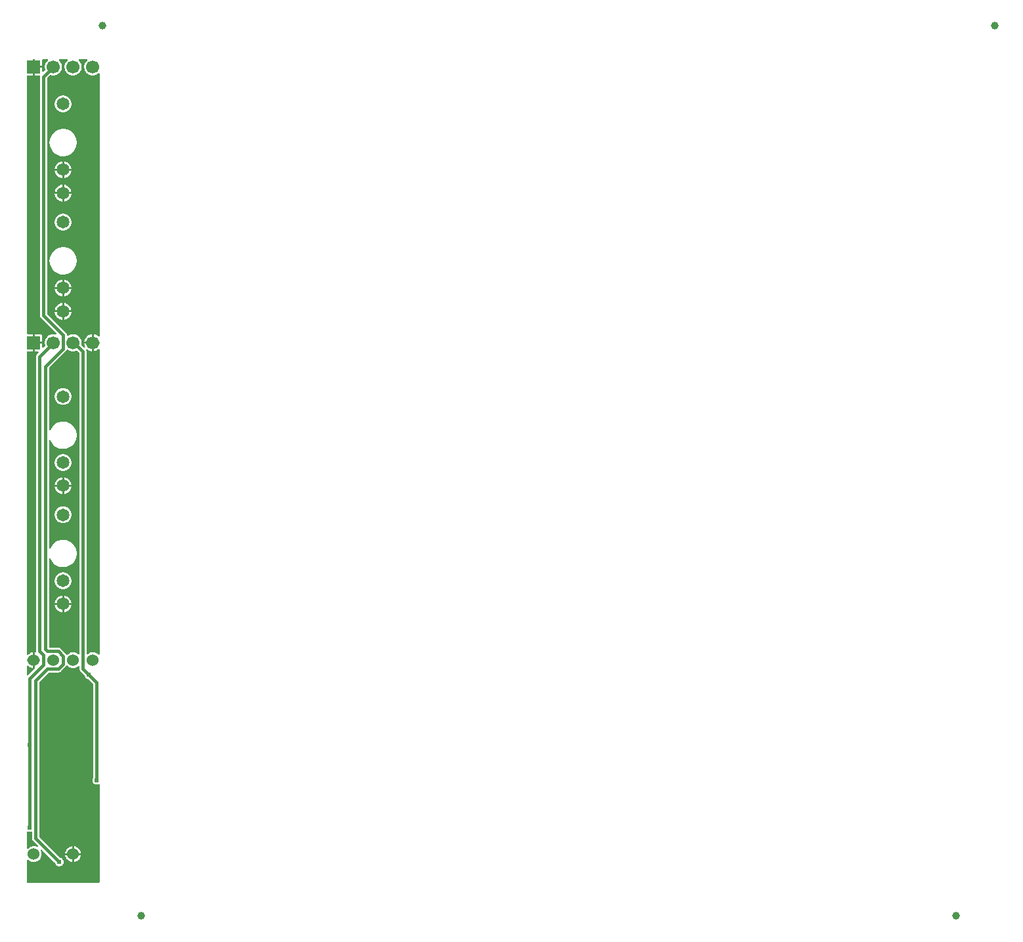
<source format=gtl>
G04 Layer: TopLayer*
G04 EasyEDA v6.5.29, 2023-07-16 12:04:07*
G04 4946885894e94847ae742278ab8b5cb3,5a6b42c53f6a479593ecc07194224c93,10*
G04 Gerber Generator version 0.2*
G04 Scale: 100 percent, Rotated: No, Reflected: No *
G04 Dimensions in millimeters *
G04 leading zeros omitted , absolute positions ,4 integer and 5 decimal *
%FSLAX45Y45*%
%MOMM*%

%AMMACRO1*21,1,$1,$2,0,0,$3*%
%ADD10C,0.4000*%
%ADD11C,1.0000*%
%ADD12MACRO1,1.7X1.7X0.0000*%
%ADD13C,1.7000*%
%ADD14C,1.6500*%
%ADD15C,1.5240*%
%ADD16C,0.6096*%
%ADD17C,0.0127*%

%LPD*%
G36*
X955090Y4234027D02*
G01*
X951280Y4234586D01*
X947978Y4236466D01*
X936853Y4245864D01*
X925372Y4253230D01*
X912977Y4258970D01*
X899972Y4262983D01*
X886510Y4265269D01*
X872896Y4265726D01*
X859332Y4264355D01*
X846074Y4261205D01*
X833323Y4256278D01*
X821385Y4249724D01*
X811377Y4242409D01*
X807313Y4240580D01*
X802894Y4240733D01*
X798931Y4242714D01*
X796188Y4246219D01*
X795223Y4250588D01*
X795172Y8142478D01*
X793953Y8151215D01*
X792226Y8156397D01*
X791718Y8160562D01*
X792988Y8164626D01*
X795731Y8167776D01*
X799541Y8169554D01*
X803757Y8169605D01*
X807669Y8167979D01*
X818794Y8160156D01*
X831392Y8153603D01*
X844753Y8148675D01*
X858621Y8145525D01*
X863600Y8145068D01*
X863600Y8242300D01*
X766216Y8242300D01*
X766318Y8240826D01*
X769061Y8226856D01*
X773531Y8213394D01*
X777290Y8205571D01*
X778256Y8201659D01*
X777646Y8197646D01*
X775512Y8194192D01*
X772261Y8191855D01*
X768299Y8190992D01*
X764336Y8191753D01*
X760933Y8193989D01*
X733196Y8221725D01*
X731164Y8224621D01*
X730250Y8228025D01*
X730554Y8231479D01*
X731164Y8233816D01*
X732942Y8247888D01*
X732942Y8262112D01*
X731164Y8276183D01*
X727557Y8289950D01*
X722223Y8303107D01*
X715213Y8315502D01*
X706729Y8326881D01*
X696874Y8337092D01*
X685749Y8345931D01*
X673608Y8353298D01*
X660603Y8359038D01*
X646988Y8363102D01*
X632968Y8365388D01*
X618744Y8365845D01*
X604621Y8364474D01*
X590753Y8361324D01*
X577392Y8356396D01*
X564794Y8349843D01*
X557174Y8344509D01*
X553161Y8342833D01*
X548741Y8342985D01*
X544880Y8345017D01*
X542188Y8348472D01*
X541223Y8352739D01*
X541172Y8358428D01*
X539953Y8367115D01*
X537260Y8375142D01*
X533146Y8382508D01*
X527405Y8389416D01*
X290169Y8626652D01*
X287985Y8629954D01*
X287223Y8633815D01*
X287223Y11660784D01*
X287985Y11664645D01*
X290169Y11667947D01*
X324967Y11702745D01*
X328117Y11704878D01*
X331876Y11705742D01*
X350621Y11701526D01*
X364744Y11700154D01*
X378968Y11700611D01*
X392988Y11702897D01*
X406603Y11706910D01*
X419608Y11712702D01*
X431749Y11720068D01*
X442874Y11728907D01*
X452729Y11739118D01*
X461213Y11750497D01*
X468223Y11762892D01*
X473557Y11776049D01*
X477164Y11789816D01*
X478942Y11803888D01*
X478942Y11818112D01*
X477164Y11832183D01*
X473557Y11845950D01*
X468223Y11859107D01*
X461213Y11871502D01*
X452729Y11882882D01*
X439064Y11897207D01*
X437946Y11901170D01*
X438454Y11905284D01*
X440588Y11908840D01*
X443992Y11911228D01*
X448056Y11912092D01*
X542696Y11912092D01*
X546658Y11911279D01*
X550011Y11908993D01*
X552196Y11905589D01*
X552856Y11901627D01*
X551942Y11897664D01*
X549554Y11894413D01*
X542645Y11888165D01*
X533450Y11877344D01*
X525678Y11865406D01*
X519531Y11852605D01*
X515061Y11839143D01*
X512318Y11825173D01*
X511403Y11811000D01*
X512318Y11796826D01*
X515061Y11782856D01*
X519531Y11769394D01*
X525678Y11756593D01*
X533450Y11744655D01*
X542645Y11733834D01*
X553161Y11724284D01*
X564794Y11716156D01*
X577392Y11709603D01*
X590753Y11704675D01*
X604621Y11701526D01*
X618744Y11700154D01*
X632968Y11700611D01*
X646988Y11702897D01*
X660603Y11706910D01*
X673608Y11712702D01*
X685749Y11720068D01*
X696874Y11728907D01*
X706729Y11739118D01*
X715213Y11750497D01*
X722223Y11762892D01*
X727557Y11776049D01*
X731164Y11789816D01*
X732942Y11803888D01*
X732942Y11818112D01*
X731164Y11832183D01*
X727557Y11845950D01*
X722223Y11859107D01*
X715213Y11871502D01*
X706729Y11882882D01*
X693064Y11897207D01*
X691946Y11901170D01*
X692454Y11905284D01*
X694588Y11908840D01*
X697992Y11911228D01*
X702056Y11912092D01*
X796696Y11912092D01*
X800658Y11911279D01*
X804011Y11908993D01*
X806196Y11905589D01*
X806856Y11901627D01*
X805942Y11897664D01*
X803554Y11894413D01*
X796645Y11888165D01*
X787450Y11877344D01*
X779678Y11865406D01*
X773531Y11852605D01*
X769061Y11839143D01*
X766318Y11825173D01*
X765403Y11811000D01*
X766318Y11796826D01*
X769061Y11782856D01*
X773531Y11769394D01*
X779678Y11756593D01*
X787450Y11744655D01*
X796645Y11733834D01*
X807161Y11724284D01*
X818794Y11716156D01*
X831392Y11709603D01*
X844753Y11704675D01*
X858621Y11701526D01*
X872744Y11700154D01*
X886968Y11700611D01*
X900988Y11702897D01*
X914603Y11706910D01*
X927608Y11712702D01*
X939749Y11720068D01*
X948182Y11726773D01*
X951534Y11728551D01*
X955294Y11729008D01*
X958951Y11727992D01*
X961999Y11725757D01*
X963980Y11722557D01*
X964692Y11718848D01*
X964692Y8347151D01*
X963980Y8343442D01*
X961999Y8340242D01*
X958951Y8338007D01*
X955294Y8336991D01*
X951534Y8337448D01*
X948182Y8339226D01*
X939749Y8345931D01*
X927608Y8353298D01*
X914603Y8359038D01*
X900988Y8363102D01*
X889000Y8365032D01*
X889000Y8267700D01*
X954532Y8267700D01*
X958443Y8266938D01*
X961694Y8264702D01*
X963930Y8261451D01*
X964692Y8257540D01*
X964692Y8252459D01*
X963930Y8248548D01*
X961694Y8245297D01*
X958443Y8243062D01*
X954532Y8242300D01*
X889000Y8242300D01*
X889000Y8144967D01*
X900988Y8146897D01*
X914603Y8150910D01*
X927608Y8156702D01*
X939749Y8164068D01*
X948182Y8170773D01*
X951534Y8172551D01*
X955294Y8173008D01*
X958951Y8171992D01*
X961999Y8169757D01*
X963980Y8166557D01*
X964692Y8162848D01*
X964692Y4244187D01*
X963980Y4240428D01*
X961898Y4237228D01*
X958799Y4234992D01*
G37*

%LPC*%
G36*
X493522Y9701479D02*
G01*
X507644Y9702444D01*
X521563Y9705187D01*
X534974Y9709759D01*
X547674Y9716008D01*
X559460Y9723882D01*
X570128Y9733229D01*
X579475Y9743897D01*
X587349Y9755682D01*
X593648Y9768382D01*
X598170Y9781844D01*
X600964Y9795713D01*
X601878Y9809886D01*
X600964Y9824008D01*
X598170Y9837928D01*
X593648Y9851339D01*
X587349Y9864090D01*
X579475Y9875875D01*
X570128Y9886543D01*
X559460Y9895890D01*
X547674Y9903764D01*
X534974Y9910013D01*
X521563Y9914585D01*
X507644Y9917328D01*
X493522Y9918242D01*
X479348Y9917328D01*
X465429Y9914585D01*
X452018Y9910013D01*
X439318Y9903764D01*
X427532Y9895890D01*
X416864Y9886543D01*
X407517Y9875875D01*
X399643Y9864090D01*
X393344Y9851339D01*
X388823Y9837928D01*
X386029Y9824008D01*
X385114Y9809886D01*
X386029Y9795713D01*
X388823Y9781844D01*
X393344Y9768382D01*
X399643Y9755682D01*
X407517Y9743897D01*
X416864Y9733229D01*
X427532Y9723882D01*
X439318Y9716008D01*
X452018Y9709759D01*
X465429Y9705187D01*
X479348Y9702444D01*
G37*
G36*
X766216Y8267700D02*
G01*
X863600Y8267700D01*
X863600Y8364931D01*
X858621Y8364474D01*
X844753Y8361324D01*
X831392Y8356396D01*
X818794Y8349843D01*
X807161Y8341715D01*
X796645Y8332165D01*
X787450Y8321344D01*
X779678Y8309406D01*
X773531Y8296605D01*
X769061Y8283143D01*
X766318Y8269173D01*
G37*
G36*
X506222Y8552332D02*
G01*
X507644Y8552434D01*
X521563Y8555177D01*
X534974Y8559749D01*
X547674Y8565997D01*
X559460Y8573871D01*
X570128Y8583218D01*
X579475Y8593886D01*
X587349Y8605672D01*
X593648Y8618372D01*
X598170Y8631834D01*
X600964Y8645702D01*
X601065Y8647176D01*
X506222Y8647176D01*
G37*
G36*
X385927Y8672576D02*
G01*
X480822Y8672576D01*
X480822Y8767419D01*
X479348Y8767318D01*
X465429Y8764574D01*
X452018Y8760002D01*
X439318Y8753754D01*
X427532Y8745880D01*
X416864Y8736533D01*
X407517Y8725865D01*
X399643Y8714079D01*
X393344Y8701328D01*
X388823Y8687917D01*
X386029Y8673998D01*
G37*
G36*
X506222Y8672576D02*
G01*
X601065Y8672576D01*
X600964Y8673998D01*
X598170Y8687917D01*
X593648Y8701328D01*
X587349Y8714079D01*
X579475Y8725865D01*
X570128Y8736533D01*
X559460Y8745880D01*
X547674Y8753754D01*
X534974Y8760002D01*
X521563Y8764574D01*
X507644Y8767318D01*
X506222Y8767419D01*
G37*
G36*
X480822Y8852357D02*
G01*
X480822Y8947200D01*
X385927Y8947200D01*
X386029Y8945727D01*
X388823Y8931859D01*
X393344Y8918397D01*
X399643Y8905697D01*
X407517Y8893911D01*
X416864Y8883243D01*
X427532Y8873896D01*
X439318Y8866022D01*
X452018Y8859774D01*
X465429Y8855202D01*
X479348Y8852458D01*
G37*
G36*
X506222Y8852357D02*
G01*
X507644Y8852458D01*
X521563Y8855202D01*
X534974Y8859774D01*
X547674Y8866022D01*
X559460Y8873896D01*
X570128Y8883243D01*
X579475Y8893911D01*
X587349Y8905697D01*
X593648Y8918397D01*
X598170Y8931859D01*
X600964Y8945727D01*
X601065Y8947200D01*
X506222Y8947200D01*
G37*
G36*
X385927Y8972600D02*
G01*
X480822Y8972600D01*
X480822Y9067444D01*
X479348Y9067342D01*
X465429Y9064599D01*
X452018Y9060027D01*
X439318Y9053779D01*
X427532Y9045905D01*
X416864Y9036558D01*
X407517Y9025890D01*
X399643Y9014104D01*
X393344Y9001353D01*
X388823Y8987942D01*
X386029Y8974023D01*
G37*
G36*
X506222Y8972600D02*
G01*
X601065Y8972600D01*
X600964Y8974023D01*
X598170Y8987942D01*
X593648Y9001353D01*
X587349Y9014104D01*
X579475Y9025890D01*
X570128Y9036558D01*
X559460Y9045905D01*
X547674Y9053779D01*
X534974Y9060027D01*
X521563Y9064599D01*
X507644Y9067342D01*
X506222Y9067444D01*
G37*
G36*
X498043Y9134043D02*
G01*
X516128Y9135465D01*
X533908Y9138716D01*
X551332Y9143746D01*
X568096Y9150604D01*
X584047Y9159087D01*
X599084Y9169196D01*
X613003Y9180779D01*
X625652Y9193784D01*
X636879Y9207957D01*
X646582Y9223248D01*
X654710Y9239453D01*
X661060Y9256420D01*
X665683Y9273895D01*
X668477Y9291777D01*
X669391Y9309862D01*
X668477Y9327997D01*
X665683Y9345879D01*
X661060Y9363354D01*
X654710Y9380321D01*
X646582Y9396526D01*
X636879Y9411817D01*
X625652Y9425990D01*
X613003Y9438995D01*
X599084Y9450578D01*
X584047Y9460687D01*
X568096Y9469170D01*
X551332Y9476028D01*
X533908Y9481058D01*
X516128Y9484309D01*
X498043Y9485731D01*
X479958Y9485274D01*
X461975Y9482937D01*
X444347Y9478772D01*
X427278Y9472828D01*
X410870Y9465157D01*
X395325Y9455810D01*
X380847Y9444939D01*
X367538Y9432645D01*
X355600Y9419031D01*
X345084Y9404299D01*
X336194Y9388551D01*
X328930Y9371939D01*
X323443Y9354667D01*
X319735Y9336938D01*
X317855Y9318955D01*
X317855Y9300819D01*
X319735Y9282836D01*
X323443Y9265107D01*
X328930Y9247835D01*
X336194Y9231223D01*
X345084Y9215475D01*
X355600Y9200743D01*
X367538Y9187129D01*
X380847Y9174835D01*
X395325Y9163964D01*
X410870Y9154617D01*
X427278Y9146946D01*
X444347Y9141002D01*
X461975Y9136837D01*
X479958Y9134500D01*
G37*
G36*
X480822Y8552332D02*
G01*
X480822Y8647176D01*
X385927Y8647176D01*
X386029Y8645702D01*
X388823Y8631834D01*
X393344Y8618372D01*
X399643Y8605672D01*
X407517Y8593886D01*
X416864Y8583218D01*
X427532Y8573871D01*
X439318Y8565997D01*
X452018Y8559749D01*
X465429Y8555177D01*
X479348Y8552434D01*
G37*
G36*
X480822Y10076332D02*
G01*
X480822Y10171176D01*
X385927Y10171176D01*
X386029Y10169702D01*
X388823Y10155834D01*
X393344Y10142372D01*
X399643Y10129672D01*
X407517Y10117886D01*
X416864Y10107218D01*
X427532Y10097871D01*
X439318Y10089997D01*
X452018Y10083749D01*
X465429Y10079177D01*
X479348Y10076383D01*
G37*
G36*
X506222Y10076332D02*
G01*
X507644Y10076383D01*
X521563Y10079177D01*
X534974Y10083749D01*
X547674Y10089997D01*
X559460Y10097871D01*
X570128Y10107218D01*
X579475Y10117886D01*
X587349Y10129672D01*
X593648Y10142372D01*
X598170Y10155834D01*
X600964Y10169702D01*
X601065Y10171176D01*
X506222Y10171176D01*
G37*
G36*
X385927Y10196576D02*
G01*
X480822Y10196576D01*
X480822Y10291419D01*
X479348Y10291318D01*
X465429Y10288574D01*
X452018Y10284002D01*
X439318Y10277754D01*
X427532Y10269829D01*
X416864Y10260482D01*
X407517Y10249865D01*
X399643Y10238079D01*
X393344Y10225328D01*
X388823Y10211917D01*
X386029Y10197998D01*
G37*
G36*
X506222Y10196576D02*
G01*
X601065Y10196576D01*
X600964Y10197998D01*
X598170Y10211917D01*
X593648Y10225328D01*
X587349Y10238079D01*
X579475Y10249865D01*
X570128Y10260482D01*
X559460Y10269829D01*
X547674Y10277754D01*
X534974Y10284002D01*
X521563Y10288574D01*
X507644Y10291318D01*
X506222Y10291419D01*
G37*
G36*
X480822Y10376357D02*
G01*
X480822Y10471200D01*
X385927Y10471200D01*
X386029Y10469727D01*
X388823Y10455859D01*
X393344Y10442397D01*
X399643Y10429697D01*
X407517Y10417911D01*
X416864Y10407243D01*
X427532Y10397896D01*
X439318Y10390022D01*
X452018Y10383774D01*
X465429Y10379202D01*
X479348Y10376408D01*
G37*
G36*
X506222Y10376357D02*
G01*
X507644Y10376408D01*
X521563Y10379202D01*
X534974Y10383774D01*
X547674Y10390022D01*
X559460Y10397896D01*
X570128Y10407243D01*
X579475Y10417911D01*
X587349Y10429697D01*
X593648Y10442397D01*
X598170Y10455859D01*
X600964Y10469727D01*
X601065Y10471200D01*
X506222Y10471200D01*
G37*
G36*
X385927Y10496600D02*
G01*
X480822Y10496600D01*
X480822Y10591444D01*
X479348Y10591342D01*
X465429Y10588599D01*
X452018Y10584027D01*
X439318Y10577779D01*
X427532Y10569854D01*
X416864Y10560507D01*
X407517Y10549890D01*
X399643Y10538104D01*
X393344Y10525353D01*
X388823Y10511942D01*
X386029Y10498023D01*
G37*
G36*
X506222Y10496600D02*
G01*
X601065Y10496600D01*
X600964Y10498023D01*
X598170Y10511942D01*
X593648Y10525353D01*
X587349Y10538104D01*
X579475Y10549890D01*
X570128Y10560507D01*
X559460Y10569854D01*
X547674Y10577779D01*
X534974Y10584027D01*
X521563Y10588599D01*
X507644Y10591342D01*
X506222Y10591444D01*
G37*
G36*
X498043Y10658043D02*
G01*
X516128Y10659414D01*
X533908Y10662666D01*
X551332Y10667746D01*
X568096Y10674553D01*
X584047Y10683087D01*
X599084Y10693196D01*
X613003Y10704779D01*
X625652Y10717733D01*
X636879Y10731957D01*
X646582Y10747248D01*
X654710Y10763402D01*
X661060Y10780369D01*
X665683Y10797895D01*
X668477Y10815777D01*
X669391Y10833862D01*
X668477Y10851946D01*
X665683Y10869828D01*
X661060Y10887354D01*
X654710Y10904321D01*
X646582Y10920476D01*
X636879Y10935766D01*
X625652Y10949990D01*
X613003Y10962944D01*
X599084Y10974527D01*
X584047Y10984636D01*
X568096Y10993170D01*
X551332Y10999978D01*
X533908Y11005058D01*
X516128Y11008309D01*
X498043Y11009680D01*
X479958Y11009223D01*
X461975Y11006886D01*
X444347Y11002772D01*
X427278Y10996777D01*
X410870Y10989106D01*
X395325Y10979810D01*
X380847Y10968939D01*
X367538Y10956645D01*
X355600Y10943031D01*
X345084Y10928248D01*
X336194Y10912500D01*
X328930Y10895888D01*
X323443Y10878667D01*
X319735Y10860938D01*
X317855Y10842904D01*
X317855Y10824819D01*
X319735Y10806785D01*
X323443Y10789056D01*
X328930Y10771835D01*
X336194Y10755223D01*
X345084Y10739475D01*
X355600Y10724692D01*
X367538Y10711078D01*
X380847Y10698784D01*
X395325Y10687913D01*
X410870Y10678617D01*
X427278Y10670946D01*
X444347Y10664952D01*
X461975Y10660837D01*
X479958Y10658500D01*
G37*
G36*
X493522Y11225479D02*
G01*
X507644Y11226393D01*
X521563Y11229187D01*
X534974Y11233759D01*
X547674Y11240008D01*
X559460Y11247882D01*
X570128Y11257229D01*
X579475Y11267897D01*
X587349Y11279682D01*
X593648Y11292382D01*
X598170Y11305844D01*
X600964Y11319713D01*
X601878Y11333886D01*
X600964Y11348008D01*
X598170Y11361928D01*
X593648Y11375339D01*
X587349Y11388090D01*
X579475Y11399875D01*
X570128Y11410492D01*
X559460Y11419840D01*
X547674Y11427764D01*
X534974Y11434013D01*
X521563Y11438585D01*
X507644Y11441328D01*
X493522Y11442242D01*
X479348Y11441328D01*
X465429Y11438585D01*
X452018Y11434013D01*
X439318Y11427764D01*
X427532Y11419840D01*
X416864Y11410492D01*
X407517Y11399875D01*
X399643Y11388090D01*
X393344Y11375339D01*
X388823Y11361928D01*
X386029Y11348008D01*
X385114Y11333886D01*
X386029Y11319713D01*
X388823Y11305844D01*
X393344Y11292382D01*
X399643Y11279682D01*
X407517Y11267897D01*
X416864Y11257229D01*
X427532Y11247882D01*
X439318Y11240008D01*
X452018Y11233759D01*
X465429Y11229187D01*
X479348Y11226393D01*
G37*

%LPD*%
G36*
X544322Y4233621D02*
G01*
X540664Y4234180D01*
X537464Y4235958D01*
X535076Y4238802D01*
X533146Y4242308D01*
X527405Y4249216D01*
X462991Y4313580D01*
X455930Y4318914D01*
X448360Y4322673D01*
X440232Y4324959D01*
X431342Y4325823D01*
X322783Y4325823D01*
X318871Y4326585D01*
X315569Y4328769D01*
X313385Y4332071D01*
X312623Y4335983D01*
X312623Y5464657D01*
X313385Y5468518D01*
X315569Y5471820D01*
X318820Y5474055D01*
X322630Y5474817D01*
X326542Y5474106D01*
X329844Y5471972D01*
X332079Y5468772D01*
X336194Y5459323D01*
X345084Y5443575D01*
X355600Y5428843D01*
X367538Y5415229D01*
X380847Y5402935D01*
X395325Y5392064D01*
X410870Y5382717D01*
X427278Y5375046D01*
X444347Y5369102D01*
X461975Y5364937D01*
X479958Y5362600D01*
X498043Y5362143D01*
X516128Y5363565D01*
X533908Y5366816D01*
X551332Y5371846D01*
X568096Y5378704D01*
X584047Y5387187D01*
X599084Y5397296D01*
X613003Y5408879D01*
X625652Y5421884D01*
X636879Y5436057D01*
X646582Y5451348D01*
X654710Y5467553D01*
X661060Y5484520D01*
X665683Y5501995D01*
X668477Y5519877D01*
X669391Y5537962D01*
X668477Y5556097D01*
X665683Y5573979D01*
X661060Y5591454D01*
X654710Y5608421D01*
X646582Y5624626D01*
X636879Y5639917D01*
X625652Y5654090D01*
X613003Y5667095D01*
X599084Y5678678D01*
X584047Y5688787D01*
X568096Y5697270D01*
X551332Y5704128D01*
X533908Y5709158D01*
X516128Y5712409D01*
X498043Y5713831D01*
X479958Y5713374D01*
X461975Y5711037D01*
X444347Y5706872D01*
X427278Y5700928D01*
X410870Y5693257D01*
X395325Y5683910D01*
X380847Y5673039D01*
X367538Y5660745D01*
X355600Y5647131D01*
X345084Y5632399D01*
X336194Y5616651D01*
X332079Y5607202D01*
X329844Y5604002D01*
X326542Y5601868D01*
X322630Y5601157D01*
X318820Y5601919D01*
X315569Y5604154D01*
X313385Y5607456D01*
X312623Y5611317D01*
X312623Y6988657D01*
X313385Y6992518D01*
X315569Y6995820D01*
X318820Y6998055D01*
X322630Y6998817D01*
X326542Y6998106D01*
X329844Y6995972D01*
X332079Y6992772D01*
X336194Y6983323D01*
X345084Y6967575D01*
X355600Y6952843D01*
X367538Y6939229D01*
X380847Y6926935D01*
X395325Y6916064D01*
X410870Y6906717D01*
X427278Y6899046D01*
X444347Y6893102D01*
X461975Y6888937D01*
X479958Y6886600D01*
X498043Y6886143D01*
X516128Y6887565D01*
X533908Y6890816D01*
X551332Y6895846D01*
X568096Y6902703D01*
X584047Y6911187D01*
X599084Y6921296D01*
X613003Y6932879D01*
X625652Y6945884D01*
X636879Y6960057D01*
X646582Y6975348D01*
X654710Y6991553D01*
X661060Y7008520D01*
X665683Y7025995D01*
X668477Y7043877D01*
X669391Y7061962D01*
X668477Y7080097D01*
X665683Y7097979D01*
X661060Y7115454D01*
X654710Y7132421D01*
X646582Y7148626D01*
X636879Y7163917D01*
X625652Y7178090D01*
X613003Y7191095D01*
X599084Y7202678D01*
X584047Y7212787D01*
X568096Y7221270D01*
X551332Y7228128D01*
X533908Y7233158D01*
X516128Y7236409D01*
X498043Y7237831D01*
X479958Y7237374D01*
X461975Y7235037D01*
X444347Y7230872D01*
X427278Y7224928D01*
X410870Y7217257D01*
X395325Y7207910D01*
X380847Y7197039D01*
X367538Y7184745D01*
X355600Y7171131D01*
X345084Y7156399D01*
X336194Y7140651D01*
X332079Y7131202D01*
X329844Y7128002D01*
X326542Y7125868D01*
X322630Y7125157D01*
X318820Y7125919D01*
X315569Y7128154D01*
X313385Y7131456D01*
X312623Y7135317D01*
X312623Y7926984D01*
X313385Y7930845D01*
X315569Y7934147D01*
X528980Y8147608D01*
X534314Y8154670D01*
X539851Y8165795D01*
X542747Y8168335D01*
X546354Y8169656D01*
X550164Y8169503D01*
X553720Y8167928D01*
X564794Y8160156D01*
X577392Y8153603D01*
X590753Y8148675D01*
X604621Y8145525D01*
X618744Y8144154D01*
X632968Y8144611D01*
X646988Y8146897D01*
X660603Y8150910D01*
X663600Y8152282D01*
X667562Y8153146D01*
X671525Y8152384D01*
X674928Y8150148D01*
X700430Y8124647D01*
X702614Y8121345D01*
X703376Y8117484D01*
X703376Y4250436D01*
X702665Y4246676D01*
X700633Y4243425D01*
X697484Y4241190D01*
X693775Y4240276D01*
X690016Y4240784D01*
X686663Y4242663D01*
X682853Y4245864D01*
X671372Y4253230D01*
X658977Y4258970D01*
X645972Y4262983D01*
X632510Y4265269D01*
X618896Y4265726D01*
X605332Y4264355D01*
X592074Y4261205D01*
X579323Y4256278D01*
X567385Y4249724D01*
X556412Y4241647D01*
X551027Y4236466D01*
X547928Y4234434D01*
G37*

%LPC*%
G36*
X506222Y6424676D02*
G01*
X601065Y6424676D01*
X600964Y6426098D01*
X598170Y6440017D01*
X593648Y6453428D01*
X587349Y6466179D01*
X579475Y6477965D01*
X570128Y6488633D01*
X559460Y6497980D01*
X547674Y6505854D01*
X534974Y6512102D01*
X521563Y6516674D01*
X507644Y6519418D01*
X506222Y6519519D01*
G37*
G36*
X385927Y6424676D02*
G01*
X480822Y6424676D01*
X480822Y6519519D01*
X479348Y6519418D01*
X465429Y6516674D01*
X452018Y6512102D01*
X439318Y6505854D01*
X427532Y6497980D01*
X416864Y6488633D01*
X407517Y6477965D01*
X399643Y6466179D01*
X393344Y6453428D01*
X388823Y6440017D01*
X386029Y6426098D01*
G37*
G36*
X493522Y7453579D02*
G01*
X507644Y7454544D01*
X521563Y7457287D01*
X534974Y7461859D01*
X547674Y7468108D01*
X559460Y7475981D01*
X570128Y7485329D01*
X579475Y7495997D01*
X587349Y7507782D01*
X593648Y7520482D01*
X598170Y7533944D01*
X600964Y7547813D01*
X601878Y7561986D01*
X600964Y7576108D01*
X598170Y7590028D01*
X593648Y7603439D01*
X587349Y7616190D01*
X579475Y7627975D01*
X570128Y7638643D01*
X559460Y7647990D01*
X547674Y7655864D01*
X534974Y7662113D01*
X521563Y7666685D01*
X507644Y7669428D01*
X493522Y7670342D01*
X479348Y7669428D01*
X465429Y7666685D01*
X452018Y7662113D01*
X439318Y7655864D01*
X427532Y7647990D01*
X416864Y7638643D01*
X407517Y7627975D01*
X399643Y7616190D01*
X393344Y7603439D01*
X388823Y7590028D01*
X386029Y7576108D01*
X385114Y7561986D01*
X386029Y7547813D01*
X388823Y7533944D01*
X393344Y7520482D01*
X399643Y7507782D01*
X407517Y7495997D01*
X416864Y7485329D01*
X427532Y7475981D01*
X439318Y7468108D01*
X452018Y7461859D01*
X465429Y7457287D01*
X479348Y7454544D01*
G37*
G36*
X506222Y6304432D02*
G01*
X507644Y6304534D01*
X521563Y6307277D01*
X534974Y6311849D01*
X547674Y6318097D01*
X559460Y6325971D01*
X570128Y6335318D01*
X579475Y6345986D01*
X587349Y6357772D01*
X593648Y6370472D01*
X598170Y6383934D01*
X600964Y6397802D01*
X601065Y6399276D01*
X506222Y6399276D01*
G37*
G36*
X480822Y6304432D02*
G01*
X480822Y6399276D01*
X385927Y6399276D01*
X386029Y6397802D01*
X388823Y6383934D01*
X393344Y6370472D01*
X399643Y6357772D01*
X407517Y6345986D01*
X416864Y6335318D01*
X427532Y6325971D01*
X439318Y6318097D01*
X452018Y6311849D01*
X465429Y6307277D01*
X479348Y6304534D01*
G37*
G36*
X493522Y6603593D02*
G01*
X507644Y6604558D01*
X521563Y6607302D01*
X534974Y6611874D01*
X547674Y6618122D01*
X559460Y6625996D01*
X570128Y6635343D01*
X579475Y6646011D01*
X587349Y6657797D01*
X593648Y6670497D01*
X598170Y6683959D01*
X600964Y6697827D01*
X601878Y6712000D01*
X600964Y6726123D01*
X598170Y6740042D01*
X593648Y6753453D01*
X587349Y6766204D01*
X579475Y6777990D01*
X570128Y6788658D01*
X559460Y6798005D01*
X547674Y6805879D01*
X534974Y6812127D01*
X521563Y6816699D01*
X507644Y6819442D01*
X493522Y6820357D01*
X479348Y6819442D01*
X465429Y6816699D01*
X452018Y6812127D01*
X439318Y6805879D01*
X427532Y6798005D01*
X416864Y6788658D01*
X407517Y6777990D01*
X399643Y6766204D01*
X393344Y6753453D01*
X388823Y6740042D01*
X386029Y6726123D01*
X385114Y6712000D01*
X386029Y6697827D01*
X388823Y6683959D01*
X393344Y6670497D01*
X399643Y6657797D01*
X407517Y6646011D01*
X416864Y6635343D01*
X427532Y6625996D01*
X439318Y6618122D01*
X452018Y6611874D01*
X465429Y6607302D01*
X479348Y6604558D01*
G37*
G36*
X493522Y5929579D02*
G01*
X507644Y5930544D01*
X521563Y5933287D01*
X534974Y5937859D01*
X547674Y5944108D01*
X559460Y5951982D01*
X570128Y5961329D01*
X579475Y5971997D01*
X587349Y5983782D01*
X593648Y5996482D01*
X598170Y6009944D01*
X600964Y6023813D01*
X601878Y6037986D01*
X600964Y6052108D01*
X598170Y6066028D01*
X593648Y6079439D01*
X587349Y6092190D01*
X579475Y6103975D01*
X570128Y6114643D01*
X559460Y6123990D01*
X547674Y6131864D01*
X534974Y6138113D01*
X521563Y6142685D01*
X507644Y6145428D01*
X493522Y6146342D01*
X479348Y6145428D01*
X465429Y6142685D01*
X452018Y6138113D01*
X439318Y6131864D01*
X427532Y6123990D01*
X416864Y6114643D01*
X407517Y6103975D01*
X399643Y6092190D01*
X393344Y6079439D01*
X388823Y6066028D01*
X386029Y6052108D01*
X385114Y6037986D01*
X386029Y6023813D01*
X388823Y6009944D01*
X393344Y5996482D01*
X399643Y5983782D01*
X407517Y5971997D01*
X416864Y5961329D01*
X427532Y5951982D01*
X439318Y5944108D01*
X452018Y5937859D01*
X465429Y5933287D01*
X479348Y5930544D01*
G37*
G36*
X493522Y5079593D02*
G01*
X507644Y5080558D01*
X521563Y5083302D01*
X534974Y5087874D01*
X547674Y5094122D01*
X559460Y5101996D01*
X570128Y5111343D01*
X579475Y5122011D01*
X587349Y5133797D01*
X593648Y5146497D01*
X598170Y5159959D01*
X600964Y5173827D01*
X601878Y5188000D01*
X600964Y5202123D01*
X598170Y5216042D01*
X593648Y5229453D01*
X587349Y5242204D01*
X579475Y5253990D01*
X570128Y5264658D01*
X559460Y5274005D01*
X547674Y5281879D01*
X534974Y5288127D01*
X521563Y5292699D01*
X507644Y5295442D01*
X493522Y5296357D01*
X479348Y5295442D01*
X465429Y5292699D01*
X452018Y5288127D01*
X439318Y5281879D01*
X427532Y5274005D01*
X416864Y5264658D01*
X407517Y5253990D01*
X399643Y5242204D01*
X393344Y5229453D01*
X388823Y5216042D01*
X386029Y5202123D01*
X385114Y5188000D01*
X386029Y5173827D01*
X388823Y5159959D01*
X393344Y5146497D01*
X399643Y5133797D01*
X407517Y5122011D01*
X416864Y5111343D01*
X427532Y5101996D01*
X439318Y5094122D01*
X452018Y5087874D01*
X465429Y5083302D01*
X479348Y5080558D01*
G37*
G36*
X506222Y4900676D02*
G01*
X601065Y4900676D01*
X600964Y4902098D01*
X598170Y4916017D01*
X593648Y4929428D01*
X587349Y4942179D01*
X579475Y4953965D01*
X570128Y4964633D01*
X559460Y4973980D01*
X547674Y4981854D01*
X534974Y4988102D01*
X521563Y4992674D01*
X507644Y4995418D01*
X506222Y4995519D01*
G37*
G36*
X385927Y4900676D02*
G01*
X480822Y4900676D01*
X480822Y4995519D01*
X479348Y4995418D01*
X465429Y4992674D01*
X452018Y4988102D01*
X439318Y4981854D01*
X427532Y4973980D01*
X416864Y4964633D01*
X407517Y4953965D01*
X399643Y4942179D01*
X393344Y4929428D01*
X388823Y4916017D01*
X386029Y4902098D01*
G37*
G36*
X506222Y4780432D02*
G01*
X507644Y4780534D01*
X521563Y4783277D01*
X534974Y4787849D01*
X547674Y4794097D01*
X559460Y4801971D01*
X570128Y4811318D01*
X579475Y4821986D01*
X587349Y4833772D01*
X593648Y4846472D01*
X598170Y4859934D01*
X600964Y4873802D01*
X601065Y4875276D01*
X506222Y4875276D01*
G37*
G36*
X480822Y4780432D02*
G01*
X480822Y4875276D01*
X385927Y4875276D01*
X386029Y4873802D01*
X388823Y4859934D01*
X393344Y4846472D01*
X399643Y4833772D01*
X407517Y4821986D01*
X416864Y4811318D01*
X427532Y4801971D01*
X439318Y4794097D01*
X452018Y4787849D01*
X465429Y4783277D01*
X479348Y4780534D01*
G37*

%LPD*%
G36*
X36068Y3966006D02*
G01*
X32156Y3966768D01*
X28905Y3968953D01*
X26670Y3972255D01*
X25908Y3976166D01*
X25908Y4083507D01*
X26670Y4087368D01*
X28854Y4090670D01*
X32105Y4092854D01*
X35966Y4093667D01*
X39827Y4092956D01*
X43129Y4090822D01*
X48412Y4085742D01*
X59385Y4077665D01*
X71323Y4071112D01*
X84074Y4066184D01*
X97332Y4063034D01*
X101600Y4062577D01*
X101600Y4150969D01*
X36068Y4150969D01*
X32156Y4151782D01*
X28905Y4153966D01*
X26670Y4157268D01*
X25908Y4161129D01*
X25908Y4166209D01*
X26670Y4170121D01*
X28905Y4173423D01*
X32156Y4175607D01*
X36068Y4176369D01*
X101600Y4176369D01*
X101600Y4264812D01*
X97332Y4264355D01*
X84074Y4261205D01*
X71323Y4256278D01*
X59385Y4249724D01*
X48412Y4241647D01*
X43129Y4236567D01*
X39827Y4234434D01*
X35966Y4233722D01*
X32105Y4234535D01*
X28854Y4236720D01*
X26670Y4240022D01*
X25908Y4243882D01*
X25908Y8133943D01*
X26670Y8137804D01*
X28905Y8141106D01*
X32156Y8143341D01*
X36068Y8144103D01*
X101600Y8144103D01*
X101600Y8242300D01*
X36068Y8242300D01*
X32156Y8243062D01*
X28905Y8245297D01*
X26670Y8248548D01*
X25908Y8252459D01*
X25908Y8257540D01*
X26670Y8261451D01*
X28905Y8264702D01*
X32156Y8266938D01*
X36068Y8267700D01*
X101600Y8267700D01*
X101600Y8365896D01*
X36068Y8365896D01*
X32156Y8366658D01*
X28905Y8368893D01*
X26670Y8372195D01*
X25908Y8376056D01*
X25908Y11689943D01*
X26670Y11693804D01*
X28905Y11697106D01*
X32156Y11699341D01*
X36068Y11700103D01*
X101600Y11700103D01*
X101600Y11798300D01*
X36068Y11798300D01*
X32156Y11799062D01*
X28905Y11801297D01*
X26670Y11804548D01*
X25908Y11808460D01*
X25908Y11813540D01*
X26670Y11817451D01*
X28905Y11820702D01*
X32156Y11822938D01*
X36068Y11823700D01*
X101600Y11823700D01*
X101600Y11901932D01*
X102362Y11905843D01*
X104597Y11909094D01*
X107848Y11911330D01*
X111760Y11912092D01*
X116839Y11912092D01*
X120751Y11911330D01*
X124002Y11909094D01*
X126237Y11905843D01*
X127000Y11901932D01*
X127000Y11823700D01*
X225196Y11823700D01*
X225196Y11895429D01*
X224586Y11900814D01*
X225044Y11905030D01*
X227126Y11908688D01*
X230530Y11911228D01*
X234696Y11912092D01*
X288696Y11912092D01*
X292658Y11911279D01*
X296011Y11908993D01*
X298196Y11905589D01*
X298856Y11901627D01*
X297942Y11897664D01*
X295554Y11894413D01*
X288645Y11888165D01*
X279450Y11877344D01*
X271678Y11865406D01*
X265531Y11852605D01*
X261061Y11839143D01*
X258317Y11825173D01*
X257403Y11811000D01*
X258317Y11796826D01*
X261061Y11782856D01*
X262585Y11778132D01*
X263093Y11774474D01*
X262229Y11770817D01*
X260146Y11767769D01*
X242570Y11750192D01*
X239267Y11747957D01*
X235356Y11747195D01*
X231495Y11747957D01*
X228193Y11750192D01*
X225958Y11753494D01*
X225196Y11757355D01*
X225196Y11798300D01*
X127000Y11798300D01*
X127000Y11700103D01*
X185775Y11700103D01*
X189890Y11699240D01*
X193294Y11696801D01*
X195427Y11693144D01*
X195884Y11688978D01*
X195376Y11683542D01*
X195427Y8608822D01*
X196646Y8600084D01*
X199339Y8592058D01*
X203454Y8584692D01*
X209194Y8577783D01*
X408584Y8378393D01*
X410972Y8374634D01*
X411530Y8370214D01*
X410159Y8365998D01*
X407060Y8362797D01*
X402945Y8361172D01*
X398526Y8361476D01*
X392988Y8363102D01*
X378968Y8365388D01*
X364744Y8365845D01*
X350621Y8364474D01*
X336753Y8361324D01*
X323392Y8356396D01*
X310794Y8349843D01*
X299161Y8341715D01*
X288645Y8332165D01*
X279450Y8321344D01*
X271678Y8309406D01*
X265531Y8296605D01*
X261061Y8283143D01*
X258317Y8269173D01*
X257403Y8255000D01*
X258317Y8240826D01*
X261061Y8226856D01*
X262585Y8222132D01*
X263093Y8218474D01*
X262229Y8214817D01*
X260146Y8211769D01*
X242570Y8194192D01*
X239267Y8191957D01*
X235356Y8191195D01*
X231495Y8191957D01*
X228193Y8194192D01*
X225958Y8197494D01*
X225196Y8201355D01*
X225196Y8242300D01*
X127000Y8242300D01*
X127000Y8144103D01*
X167944Y8144103D01*
X171805Y8143341D01*
X175107Y8141106D01*
X177342Y8137804D01*
X178104Y8133943D01*
X177342Y8130031D01*
X175107Y8126730D01*
X156819Y8108391D01*
X151485Y8101330D01*
X147726Y8093760D01*
X145440Y8085632D01*
X144576Y8076742D01*
X144576Y4280357D01*
X145084Y4274718D01*
X144780Y4271060D01*
X143103Y4267708D01*
X140411Y4265218D01*
X137007Y4263847D01*
X133299Y4263796D01*
X127000Y4264863D01*
X127000Y4176369D01*
X185216Y4176369D01*
X189128Y4175607D01*
X192430Y4173423D01*
X194614Y4170121D01*
X195376Y4166209D01*
X195376Y4161129D01*
X194614Y4157268D01*
X192430Y4153966D01*
X189128Y4151782D01*
X185216Y4150969D01*
X127000Y4150969D01*
X127000Y4056938D01*
X126237Y4053027D01*
X124002Y4049725D01*
X43230Y3968953D01*
X39979Y3966768D01*
G37*

%LPC*%
G36*
X127000Y8267700D02*
G01*
X225196Y8267700D01*
X225196Y8339429D01*
X224485Y8345728D01*
X222605Y8351215D01*
X219506Y8356092D01*
X215392Y8360206D01*
X210515Y8363305D01*
X205028Y8365185D01*
X198729Y8365896D01*
X127000Y8365896D01*
G37*

%LPD*%
G36*
X35966Y1733702D02*
G01*
X32105Y1734515D01*
X28854Y1736750D01*
X26670Y1740001D01*
X25908Y1743862D01*
X25908Y1946249D01*
X26720Y1950212D01*
X29006Y1953564D01*
X32410Y1955749D01*
X36423Y1956409D01*
X40386Y1955444D01*
X44246Y1953666D01*
X53695Y1951126D01*
X63500Y1950262D01*
X73304Y1951126D01*
X81026Y1953158D01*
X84683Y1953463D01*
X88239Y1952396D01*
X91186Y1950161D01*
X93116Y1947011D01*
X93776Y1943354D01*
X93827Y1865122D01*
X95046Y1856384D01*
X97739Y1848357D01*
X101854Y1840992D01*
X107594Y1834083D01*
X169672Y1772005D01*
X171856Y1768652D01*
X172618Y1764690D01*
X171805Y1760778D01*
X169468Y1757476D01*
X166065Y1755343D01*
X162102Y1754682D01*
X158191Y1755597D01*
X150977Y1758950D01*
X137972Y1763014D01*
X124510Y1765249D01*
X110896Y1765706D01*
X97332Y1764385D01*
X84074Y1761185D01*
X71323Y1756308D01*
X59385Y1749755D01*
X48412Y1741678D01*
X43129Y1736547D01*
X39827Y1734413D01*
G37*

%LPD*%
G36*
X36068Y1295908D02*
G01*
X32156Y1296670D01*
X28905Y1298905D01*
X26670Y1302156D01*
X25908Y1306068D01*
X25908Y1583537D01*
X26670Y1587398D01*
X28854Y1590649D01*
X32105Y1592884D01*
X35966Y1593697D01*
X39827Y1592986D01*
X43129Y1590852D01*
X48412Y1585722D01*
X59385Y1577644D01*
X71323Y1571091D01*
X84074Y1566214D01*
X97332Y1563014D01*
X110896Y1561693D01*
X124510Y1562150D01*
X137972Y1564386D01*
X150977Y1568450D01*
X163372Y1574190D01*
X174853Y1581505D01*
X185267Y1590294D01*
X194411Y1600454D01*
X202133Y1611680D01*
X208279Y1623822D01*
X212750Y1636725D01*
X215493Y1650085D01*
X216408Y1663700D01*
X215493Y1677314D01*
X212750Y1690674D01*
X208279Y1703578D01*
X206451Y1707235D01*
X205333Y1711147D01*
X205892Y1715211D01*
X208025Y1718665D01*
X211328Y1721053D01*
X215290Y1721967D01*
X219303Y1721256D01*
X222656Y1719021D01*
X386943Y1554734D01*
X388569Y1552600D01*
X389585Y1550162D01*
X391566Y1542846D01*
X395681Y1533906D01*
X401320Y1525879D01*
X408279Y1518920D01*
X416306Y1513281D01*
X425246Y1509166D01*
X434695Y1506626D01*
X444500Y1505762D01*
X454304Y1506626D01*
X463753Y1509166D01*
X472693Y1513281D01*
X480720Y1518920D01*
X487680Y1525879D01*
X493318Y1533906D01*
X497433Y1542846D01*
X499973Y1552295D01*
X500837Y1562100D01*
X499973Y1571904D01*
X497433Y1581353D01*
X493318Y1590294D01*
X487680Y1598320D01*
X480720Y1605280D01*
X472693Y1610918D01*
X463753Y1615033D01*
X456438Y1617014D01*
X453999Y1618030D01*
X451866Y1619656D01*
X188569Y1882952D01*
X186385Y1886254D01*
X185623Y1890115D01*
X185623Y3875684D01*
X186385Y3879545D01*
X188569Y3882847D01*
X308152Y4002430D01*
X311454Y4004614D01*
X315315Y4005376D01*
X433578Y4005427D01*
X442315Y4006646D01*
X450342Y4009339D01*
X457708Y4013454D01*
X464616Y4019194D01*
X528980Y4083608D01*
X534568Y4091025D01*
X537768Y4093768D01*
X541883Y4094987D01*
X546100Y4094429D01*
X549706Y4092194D01*
X556412Y4085742D01*
X567385Y4077665D01*
X579323Y4071112D01*
X592074Y4066184D01*
X605332Y4063034D01*
X618896Y4061663D01*
X632510Y4062120D01*
X645972Y4064406D01*
X658977Y4068419D01*
X671372Y4074160D01*
X682853Y4081526D01*
X686663Y4084726D01*
X690016Y4086606D01*
X693775Y4087114D01*
X697484Y4086199D01*
X700633Y4083964D01*
X702665Y4080713D01*
X703376Y4076954D01*
X703427Y4049522D01*
X704646Y4040784D01*
X707339Y4032758D01*
X711454Y4025392D01*
X717194Y4018483D01*
X767943Y3967734D01*
X769569Y3965600D01*
X770585Y3963162D01*
X772566Y3955846D01*
X776681Y3946906D01*
X782320Y3938879D01*
X789279Y3931920D01*
X797306Y3926281D01*
X806246Y3922166D01*
X813562Y3920185D01*
X816000Y3919169D01*
X818134Y3917543D01*
X878230Y3857447D01*
X880414Y3854145D01*
X881176Y3850284D01*
X881176Y2651709D01*
X880719Y2648661D01*
X878281Y2644394D01*
X874166Y2635453D01*
X871626Y2626004D01*
X870762Y2616200D01*
X871626Y2606395D01*
X874166Y2596946D01*
X878281Y2588006D01*
X883919Y2579979D01*
X890879Y2573020D01*
X898906Y2567381D01*
X907846Y2563266D01*
X917295Y2560726D01*
X927100Y2559862D01*
X936904Y2560726D01*
X946353Y2563266D01*
X950214Y2565044D01*
X954176Y2566009D01*
X958189Y2565349D01*
X961593Y2563164D01*
X963879Y2559812D01*
X964692Y2555849D01*
X964692Y1306068D01*
X963930Y1302156D01*
X961694Y1298905D01*
X958443Y1296670D01*
X954532Y1295908D01*
G37*

%LPC*%
G36*
X635000Y1562557D02*
G01*
X645972Y1564386D01*
X658977Y1568450D01*
X671372Y1574190D01*
X682853Y1581505D01*
X693267Y1590294D01*
X702411Y1600454D01*
X710133Y1611680D01*
X716280Y1623822D01*
X720750Y1636725D01*
X723544Y1651000D01*
X635000Y1651000D01*
G37*
G36*
X609600Y1562608D02*
G01*
X609600Y1651000D01*
X521258Y1651000D01*
X522274Y1643380D01*
X525881Y1630222D01*
X531164Y1617675D01*
X538124Y1605940D01*
X546608Y1595221D01*
X556412Y1585722D01*
X567385Y1577644D01*
X579323Y1571091D01*
X592074Y1566214D01*
X605332Y1563014D01*
G37*
G36*
X521258Y1676400D02*
G01*
X609600Y1676400D01*
X609600Y1764792D01*
X605332Y1764385D01*
X592074Y1761185D01*
X579323Y1756308D01*
X567385Y1749755D01*
X556412Y1741678D01*
X546608Y1732178D01*
X538124Y1721459D01*
X531164Y1709724D01*
X525881Y1697177D01*
X522274Y1684020D01*
G37*
G36*
X635000Y1676400D02*
G01*
X723544Y1676400D01*
X720750Y1690674D01*
X716280Y1703578D01*
X710133Y1715719D01*
X702411Y1726946D01*
X693267Y1737106D01*
X682853Y1745894D01*
X671372Y1753209D01*
X658977Y1758950D01*
X645972Y1763014D01*
X635000Y1764842D01*
G37*

%LPD*%
D10*
X622300Y8255000D02*
G01*
X635000Y8255000D01*
X749300Y8140700D01*
X749300Y4051300D01*
X825500Y3975100D01*
X927100Y3873500D01*
X927100Y2616200D01*
X444500Y1562100D02*
G01*
X139700Y1866900D01*
X139700Y3898900D01*
X292100Y4051300D01*
X431800Y4051300D01*
X495300Y4114800D01*
X495300Y4216400D01*
X431800Y4279900D01*
X292100Y4279900D01*
X266700Y4305300D01*
X266700Y7950200D01*
X495300Y8178800D01*
X495300Y8356600D01*
X241300Y8610600D01*
X241300Y11684000D01*
X368300Y11811000D01*
X368300Y8255000D02*
G01*
X190500Y8077200D01*
X190500Y4279900D01*
X241300Y4229100D01*
X241300Y4102100D01*
X63500Y3924300D01*
X63500Y2006600D01*
D11*
G01*
X999997Y12337999D03*
G01*
X12505994Y12337999D03*
G01*
X1499997Y870000D03*
G01*
X12005995Y870000D03*
D12*
G01*
X114300Y8255000D03*
D13*
G01*
X368300Y8255000D03*
G01*
X622300Y8255000D03*
G01*
X876300Y8255000D03*
D12*
G01*
X114300Y11811000D03*
D13*
G01*
X368300Y11811000D03*
G01*
X622300Y11811000D03*
G01*
X876300Y11811000D03*
D14*
G01*
X493521Y7561986D03*
G01*
X493521Y6712000D03*
G01*
X493521Y6411976D03*
G01*
X493521Y6037986D03*
G01*
X493521Y5188000D03*
G01*
X493521Y4887976D03*
G01*
X493521Y11333861D03*
G01*
X493521Y10483875D03*
G01*
X493521Y10183850D03*
G01*
X493521Y9809886D03*
G01*
X493521Y8959900D03*
G01*
X493521Y8659876D03*
D15*
G01*
X114300Y4163695D03*
G01*
X368300Y4163695D03*
G01*
X622300Y4163695D03*
G01*
X876300Y4163695D03*
G01*
X622300Y1663700D03*
G01*
X114300Y1663700D03*
D16*
G01*
X444500Y1562100D03*
G01*
X63500Y2006600D03*
G01*
X927100Y2616200D03*
G01*
X228600Y2146300D03*
G01*
X787400Y3492500D03*
G01*
X228600Y3213100D03*
G01*
X63500Y3069691D03*
G01*
X825500Y3975100D03*
G01*
X787400Y2425700D03*
G01*
X558800Y3492500D03*
G01*
X622300Y3251200D03*
G01*
X228600Y1930400D03*
G01*
X63500Y1803400D03*
G01*
X304800Y2388311D03*
G01*
X558800Y2209800D03*
G01*
X266700Y3441700D03*
G01*
X495300Y3276600D03*
G01*
X558800Y4013200D03*
G01*
X431800Y3962400D03*
G01*
X622300Y4318000D03*
G01*
X622300Y4635500D03*
G01*
X63500Y4038600D03*
G01*
X685800Y4013200D03*
G01*
X749300Y3784600D03*
G01*
X419100Y5867400D03*
G01*
X241300Y3771900D03*
G01*
X635000Y5867400D03*
G01*
X495300Y7315200D03*
G01*
X660400Y6845300D03*
G01*
X406400Y9931400D03*
G01*
X406400Y11455400D03*
G01*
X850900Y2819400D03*
G01*
X787400Y3022600D03*
G01*
X622300Y2933700D03*
G01*
X215900Y2679700D03*
G01*
X495300Y2451100D03*
G01*
X215900Y3606800D03*
M02*

</source>
